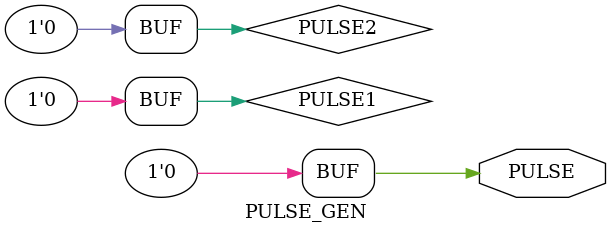
<source format=v>
`timescale 1ns/1fs

module PULSE_GEN(PULSE); 

   parameter PULSE_START_TIME  = 1000;  
   parameter PULSE_WIDTH = 10 ;
   parameter PULSE_TYPE = 1 ;
   
   output PULSE;
   wire PULSE; 
   
   reg PULSE1;
   reg PULSE2;

   
   
   initial
   begin
		PULSE1 = 1'b0 ;
		PULSE2 = 1'b0 ;
		#PULSE_START_TIME
			PULSE1 = 1'b1;
		#PULSE_WIDTH
			PULSE1 = 1'b0 ;
			
   end
   
   always 
   begin
		#PULSE_START_TIME
			PULSE2 = 1'b1 ;
		#PULSE_WIDTH
			PULSE2 = 1'b0 ;
   end

	assign PULSE = PULSE_TYPE ? PULSE2 : PULSE1 ;

endmodule 
</source>
